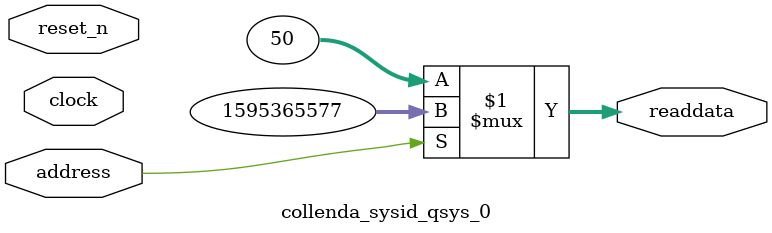
<source format=v>



// synthesis translate_off
`timescale 1ns / 1ps
// synthesis translate_on

// turn off superfluous verilog processor warnings 
// altera message_level Level1 
// altera message_off 10034 10035 10036 10037 10230 10240 10030 

module collenda_sysid_qsys_0 (
               // inputs:
                address,
                clock,
                reset_n,

               // outputs:
                readdata
             )
;

  output  [ 31: 0] readdata;
  input            address;
  input            clock;
  input            reset_n;

  wire    [ 31: 0] readdata;
  //control_slave, which is an e_avalon_slave
  assign readdata = address ? 1595365577 : 50;

endmodule



</source>
